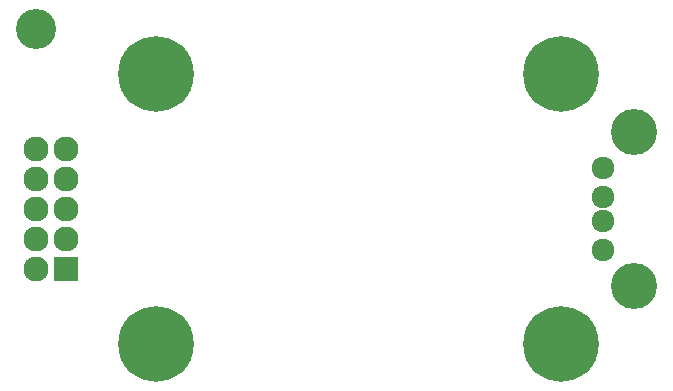
<source format=gbr>
G04 #@! TF.FileFunction,Soldermask,Bot*
%FSLAX46Y46*%
G04 Gerber Fmt 4.6, Leading zero omitted, Abs format (unit mm)*
G04 Created by KiCad (PCBNEW 4.0.5+dfsg1-4) date Fri Dec 28 13:07:42 2018*
%MOMM*%
%LPD*%
G01*
G04 APERTURE LIST*
%ADD10C,0.100000*%
%ADD11R,2.127200X2.127200*%
%ADD12O,2.127200X2.127200*%
%ADD13C,1.924000*%
%ADD14C,3.900000*%
%ADD15C,6.400000*%
%ADD16C,3.400000*%
G04 APERTURE END LIST*
D10*
D11*
X134620000Y-106680000D03*
D12*
X132080000Y-106680000D03*
X134620000Y-104140000D03*
X132080000Y-104140000D03*
X134620000Y-101600000D03*
X132080000Y-101600000D03*
X134620000Y-99060000D03*
X132080000Y-99060000D03*
X134620000Y-96520000D03*
X132080000Y-96520000D03*
D13*
X180040000Y-100600000D03*
X180040000Y-102600000D03*
X180040000Y-98100000D03*
X180040000Y-105100000D03*
D14*
X182740000Y-108100000D03*
X182740000Y-95100000D03*
D15*
X142240000Y-90170000D03*
X142240000Y-113030000D03*
X176530000Y-113030000D03*
X176530000Y-90170000D03*
D16*
X132080000Y-86360000D03*
M02*

</source>
